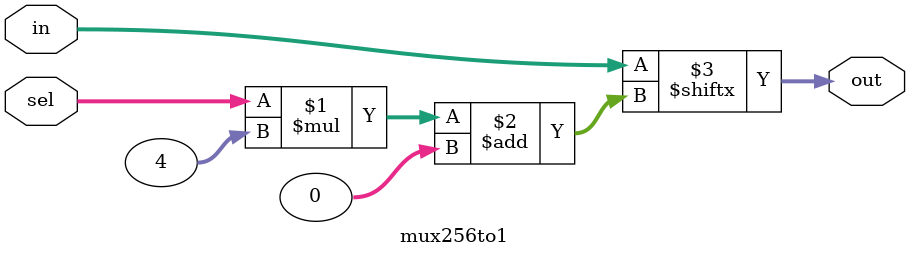
<source format=v>

module top_module(
    input [1023:0] in,
    input [7:0] sel,
    input clk,
    input rst_n,
    output reg rise,
    output reg down,
    output reg [15:0] out
);

    reg [3:0] delay_sel;
    wire [3:0] delayed_in;
    reg [3:0] delayed_in_prev;
    reg [3:0] edge_rising;
    reg [3:0] edge_falling;

    // 256-to-1 multiplexer for programmable delay line
    mux256to1 mux(
        .in(in),
        .sel(delay_sel),
        .out(delayed_in)
    );

    // Delay line
    always @(posedge clk or negedge rst_n) begin
        if (~rst_n) begin
            delay_sel <= 0;
        end else begin
            delay_sel <= sel;
        end
    end

    // Edge detection
    always @(posedge clk or negedge rst_n) begin
        if (~rst_n) begin
            delayed_in_prev <= 0;
            rise <= 0;
            down <= 0;
            out <= 0;
        end else begin
            delayed_in_prev <= delayed_in;
            edge_rising <= (delayed_in_prev < delayed_in) ? delayed_in : 0;
            edge_falling <= (delayed_in_prev > delayed_in) ? delayed_in : 0;
            rise <= |edge_rising;
            down <= |edge_falling;
            if (rise && down && (out == 0)) begin
                out <= {{11{edge_rising[3]}}, edge_rising - edge_falling};
            end
        end
    end

endmodule
module mux256to1(
    input [1023:0] in,
    input [3:0] sel,
    output [3:0] out
);

    assign out = in[sel * 4 +: 4];

endmodule
</source>
